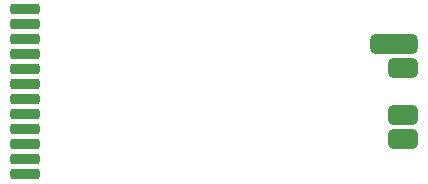
<source format=gbr>
%TF.GenerationSoftware,KiCad,Pcbnew,7.0.1-0*%
%TF.CreationDate,2023-08-23T15:05:40+02:00*%
%TF.ProjectId,ESP32SomfyPOE_bottom,45535033-3253-46f6-9d66-79504f455f62,rev?*%
%TF.SameCoordinates,Original*%
%TF.FileFunction,Paste,Bot*%
%TF.FilePolarity,Positive*%
%FSLAX46Y46*%
G04 Gerber Fmt 4.6, Leading zero omitted, Abs format (unit mm)*
G04 Created by KiCad (PCBNEW 7.0.1-0) date 2023-08-23 15:05:40*
%MOMM*%
%LPD*%
G01*
G04 APERTURE LIST*
G04 Aperture macros list*
%AMRoundRect*
0 Rectangle with rounded corners*
0 $1 Rounding radius*
0 $2 $3 $4 $5 $6 $7 $8 $9 X,Y pos of 4 corners*
0 Add a 4 corners polygon primitive as box body*
4,1,4,$2,$3,$4,$5,$6,$7,$8,$9,$2,$3,0*
0 Add four circle primitives for the rounded corners*
1,1,$1+$1,$2,$3*
1,1,$1+$1,$4,$5*
1,1,$1+$1,$6,$7*
1,1,$1+$1,$8,$9*
0 Add four rect primitives between the rounded corners*
20,1,$1+$1,$2,$3,$4,$5,0*
20,1,$1+$1,$4,$5,$6,$7,0*
20,1,$1+$1,$6,$7,$8,$9,0*
20,1,$1+$1,$8,$9,$2,$3,0*%
G04 Aperture macros list end*
%ADD10RoundRect,0.225000X1.025000X-0.225000X1.025000X0.225000X-1.025000X0.225000X-1.025000X-0.225000X0*%
%ADD11RoundRect,0.425000X1.575000X-0.425000X1.575000X0.425000X-1.575000X0.425000X-1.575000X-0.425000X0*%
%ADD12RoundRect,0.425000X0.825000X-0.425000X0.825000X0.425000X-0.825000X0.425000X-0.825000X-0.425000X0*%
G04 APERTURE END LIST*
D10*
%TO.C,E07-433M20S*%
X87249000Y-91567000D03*
X87249000Y-90297000D03*
X87249000Y-89027000D03*
X87249000Y-87757000D03*
X87249000Y-86487000D03*
X87249000Y-85217000D03*
X87249000Y-83947000D03*
X87249000Y-82677000D03*
X87249000Y-81407000D03*
X87249000Y-80137000D03*
X87249000Y-78867000D03*
X87249000Y-77597000D03*
D11*
X118499000Y-80577000D03*
D12*
X119249000Y-82577000D03*
X119249000Y-86577000D03*
X119249000Y-88577000D03*
%TD*%
M02*

</source>
